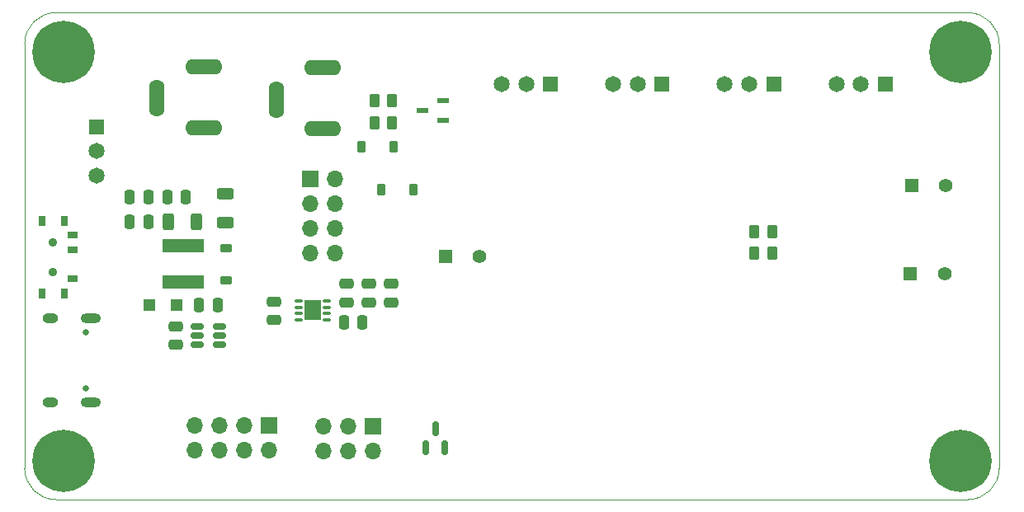
<source format=gbr>
%TF.GenerationSoftware,KiCad,Pcbnew,8.0.6*%
%TF.CreationDate,2026-01-03T17:25:48-08:00*%
%TF.ProjectId,USBPD_Board,55534250-445f-4426-9f61-72642e6b6963,A*%
%TF.SameCoordinates,PX5f5e100PY7270e00*%
%TF.FileFunction,Soldermask,Bot*%
%TF.FilePolarity,Negative*%
%FSLAX46Y46*%
G04 Gerber Fmt 4.6, Leading zero omitted, Abs format (unit mm)*
G04 Created by KiCad (PCBNEW 8.0.6) date 2026-01-03 17:25:48*
%MOMM*%
%LPD*%
G01*
G04 APERTURE LIST*
G04 Aperture macros list*
%AMRoundRect*
0 Rectangle with rounded corners*
0 $1 Rounding radius*
0 $2 $3 $4 $5 $6 $7 $8 $9 X,Y pos of 4 corners*
0 Add a 4 corners polygon primitive as box body*
4,1,4,$2,$3,$4,$5,$6,$7,$8,$9,$2,$3,0*
0 Add four circle primitives for the rounded corners*
1,1,$1+$1,$2,$3*
1,1,$1+$1,$4,$5*
1,1,$1+$1,$6,$7*
1,1,$1+$1,$8,$9*
0 Add four rect primitives between the rounded corners*
20,1,$1+$1,$2,$3,$4,$5,0*
20,1,$1+$1,$4,$5,$6,$7,0*
20,1,$1+$1,$6,$7,$8,$9,0*
20,1,$1+$1,$8,$9,$2,$3,0*%
G04 Aperture macros list end*
%ADD10RoundRect,0.102000X-0.600000X-0.600000X0.600000X-0.600000X0.600000X0.600000X-0.600000X0.600000X0*%
%ADD11C,1.404000*%
%ADD12R,1.650000X1.650000*%
%ADD13C,1.650000*%
%ADD14R,1.700000X1.700000*%
%ADD15O,1.700000X1.700000*%
%ADD16C,6.400000*%
%ADD17O,3.804000X1.604000*%
%ADD18O,1.604000X3.804000*%
%ADD19C,0.650000*%
%ADD20O,2.100000X1.000000*%
%ADD21O,1.600000X1.000000*%
%ADD22RoundRect,0.250000X0.262500X0.450000X-0.262500X0.450000X-0.262500X-0.450000X0.262500X-0.450000X0*%
%ADD23RoundRect,0.250000X0.475000X-0.250000X0.475000X0.250000X-0.475000X0.250000X-0.475000X-0.250000X0*%
%ADD24RoundRect,0.250000X-0.250000X-0.475000X0.250000X-0.475000X0.250000X0.475000X-0.250000X0.475000X0*%
%ADD25RoundRect,0.250000X-0.312500X-0.625000X0.312500X-0.625000X0.312500X0.625000X-0.312500X0.625000X0*%
%ADD26RoundRect,0.225000X-0.225000X-0.375000X0.225000X-0.375000X0.225000X0.375000X-0.225000X0.375000X0*%
%ADD27RoundRect,0.250000X-0.475000X0.250000X-0.475000X-0.250000X0.475000X-0.250000X0.475000X0.250000X0*%
%ADD28RoundRect,0.250000X0.625000X-0.312500X0.625000X0.312500X-0.625000X0.312500X-0.625000X-0.312500X0*%
%ADD29C,0.900000*%
%ADD30R,1.000000X0.700000*%
%ADD31R,0.800000X1.000000*%
%ADD32RoundRect,0.250000X0.250000X0.475000X-0.250000X0.475000X-0.250000X-0.475000X0.250000X-0.475000X0*%
%ADD33RoundRect,0.225000X0.375000X-0.225000X0.375000X0.225000X-0.375000X0.225000X-0.375000X-0.225000X0*%
%ADD34RoundRect,0.150000X0.150000X-0.587500X0.150000X0.587500X-0.150000X0.587500X-0.150000X-0.587500X0*%
%ADD35R,1.200000X1.200000*%
%ADD36R,4.200000X1.400000*%
%ADD37RoundRect,0.075000X0.325000X0.075000X-0.325000X0.075000X-0.325000X-0.075000X0.325000X-0.075000X0*%
%ADD38R,1.700000X2.050000*%
%ADD39RoundRect,0.150000X0.512500X0.150000X-0.512500X0.150000X-0.512500X-0.150000X0.512500X-0.150000X0*%
%ADD40R,1.300000X0.600000*%
%TA.AperFunction,Profile*%
%ADD41C,0.050000*%
%TD*%
G04 APERTURE END LIST*
D10*
%TO.C,C35*%
X90987500Y32237500D03*
D11*
X94487500Y32237500D03*
%TD*%
D12*
%TO.C,JST2*%
X65400000Y42650000D03*
D13*
X62900000Y42650000D03*
X60400000Y42650000D03*
%TD*%
D10*
%TO.C,C51*%
X90887500Y23200000D03*
D11*
X94387500Y23200000D03*
%TD*%
D12*
%TO.C,JST1*%
X53950000Y42650000D03*
D13*
X51450000Y42650000D03*
X48950000Y42650000D03*
%TD*%
D14*
%TO.C,J10*%
X29325000Y32900000D03*
D15*
X31865000Y32900000D03*
X29325000Y30360000D03*
X31865000Y30360000D03*
X29325000Y27820000D03*
X31865000Y27820000D03*
X29325000Y25280000D03*
X31865000Y25280000D03*
%TD*%
D12*
%TO.C,JST5*%
X7350000Y38300000D03*
D13*
X7350000Y35800000D03*
X7350000Y33300000D03*
%TD*%
D16*
%TO.C,H3*%
X96000000Y46000000D03*
%TD*%
%TO.C,H1*%
X4000000Y46000000D03*
%TD*%
D12*
%TO.C,JST3*%
X76850000Y42650000D03*
D13*
X74350000Y42650000D03*
X71850000Y42650000D03*
%TD*%
D14*
%TO.C,J1*%
X25040000Y7640000D03*
D15*
X25040000Y5100000D03*
X22500000Y7640000D03*
X22500000Y5100000D03*
X19960000Y7640000D03*
X19960000Y5100000D03*
X17420000Y7640000D03*
X17420000Y5100000D03*
%TD*%
D12*
%TO.C,JST4*%
X88300000Y42650000D03*
D13*
X85800000Y42650000D03*
X83300000Y42650000D03*
%TD*%
D16*
%TO.C,H2*%
X4000000Y4000000D03*
%TD*%
D10*
%TO.C,C45*%
X43200000Y25000000D03*
D11*
X46700000Y25000000D03*
%TD*%
D16*
%TO.C,H4*%
X96000000Y4000000D03*
%TD*%
D17*
%TO.C,CONN1*%
X18400000Y38187500D03*
X18400000Y44437500D03*
D18*
X13600000Y41187500D03*
%TD*%
D17*
%TO.C,CONN2*%
X30600000Y38087500D03*
X30600000Y44337500D03*
D18*
X25800000Y41087500D03*
%TD*%
D19*
%TO.C,J3*%
X6250000Y17180000D03*
X6250000Y11400000D03*
D20*
X6780000Y18610000D03*
D21*
X2600000Y18610000D03*
D20*
X6780000Y9970000D03*
D21*
X2600000Y9970000D03*
%TD*%
D14*
%TO.C,J6*%
X35725000Y7550000D03*
D15*
X35725000Y5010000D03*
X33185000Y7550000D03*
X33185000Y5010000D03*
X30645000Y7550000D03*
X30645000Y5010000D03*
%TD*%
D22*
%TO.C,R1*%
X37712500Y38700000D03*
X35887500Y38700000D03*
%TD*%
D23*
%TO.C,C10*%
X15500000Y15900000D03*
X15500000Y17800000D03*
%TD*%
D24*
%TO.C,C15*%
X32750000Y18200000D03*
X34650000Y18200000D03*
%TD*%
D25*
%TO.C,R20*%
X14737500Y28500000D03*
X17662500Y28500000D03*
%TD*%
D26*
%TO.C,D6*%
X34550000Y36200000D03*
X37850000Y36200000D03*
%TD*%
D27*
%TO.C,C14*%
X25600000Y20350000D03*
X25600000Y18450000D03*
%TD*%
D28*
%TO.C,R21*%
X20600000Y28437500D03*
X20600000Y31362500D03*
%TD*%
D29*
%TO.C,S2*%
X2900000Y26400000D03*
X2900000Y23400000D03*
D30*
X4950000Y22650000D03*
X4950000Y25650000D03*
X4950000Y27150000D03*
D31*
X4050000Y21150000D03*
X4050000Y28650000D03*
X1750000Y28650000D03*
X1750000Y21150000D03*
%TD*%
D32*
%TO.C,C12*%
X12700000Y28500000D03*
X10800000Y28500000D03*
%TD*%
%TO.C,C13*%
X12700000Y31100000D03*
X10800000Y31100000D03*
%TD*%
D23*
%TO.C,C16*%
X35300000Y20250000D03*
X35300000Y22150000D03*
%TD*%
D33*
%TO.C,D5*%
X20700000Y22550000D03*
X20700000Y25850000D03*
%TD*%
D23*
%TO.C,C18*%
X37600000Y20250000D03*
X37600000Y22150000D03*
%TD*%
D24*
%TO.C,FB2*%
X14650000Y31100000D03*
X16550000Y31100000D03*
%TD*%
D34*
%TO.C,DI4*%
X43100000Y5362500D03*
X41200000Y5362500D03*
X42150000Y7237500D03*
%TD*%
D22*
%TO.C,R24*%
X76712500Y27500000D03*
X74887500Y27500000D03*
%TD*%
%TO.C,R26*%
X76712500Y25300000D03*
X74887500Y25300000D03*
%TD*%
D26*
%TO.C,D1*%
X36550000Y31800000D03*
X39850000Y31800000D03*
%TD*%
D32*
%TO.C,C11*%
X19812500Y19950000D03*
X17912500Y19950000D03*
%TD*%
D35*
%TO.C,D4*%
X15600000Y20000000D03*
X12800000Y20000000D03*
%TD*%
D36*
%TO.C,L1*%
X16300000Y22350000D03*
X16300000Y26050000D03*
%TD*%
D37*
%TO.C,LDO1*%
X31000000Y20400000D03*
X31000000Y19750000D03*
X31000000Y19100000D03*
X31000000Y18450000D03*
X28100000Y18450000D03*
X28100000Y19100000D03*
X28100000Y19750000D03*
X28100000Y20400000D03*
D38*
X29550000Y19425000D03*
%TD*%
D23*
%TO.C,C17*%
X33000000Y20250000D03*
X33000000Y22150000D03*
%TD*%
D39*
%TO.C,U4*%
X20000000Y17800000D03*
X20000000Y16850000D03*
X20000000Y15900000D03*
X17725000Y15900000D03*
X17725000Y16850000D03*
X17725000Y17800000D03*
%TD*%
D22*
%TO.C,R2*%
X37725000Y41000000D03*
X35900000Y41000000D03*
%TD*%
D40*
%TO.C,VS1*%
X42900000Y40960000D03*
X42900000Y38900000D03*
X40800000Y39930000D03*
%TD*%
D41*
X100000000Y46800000D02*
X100000000Y3200000D01*
X0Y46800000D02*
X0Y3200000D01*
X96800000Y50000000D02*
X3200000Y50000000D01*
X96800000Y50000000D02*
G75*
G02*
X100000000Y46800000I-100J-3200100D01*
G01*
X100000000Y3200000D02*
G75*
G02*
X96800000Y0I-3200000J0D01*
G01*
X0Y46800000D02*
G75*
G02*
X3200000Y50000000I3200000J0D01*
G01*
X3200000Y0D02*
G75*
G02*
X0Y3200000I0J3200000D01*
G01*
X3200000Y0D02*
X96800000Y0D01*
M02*

</source>
